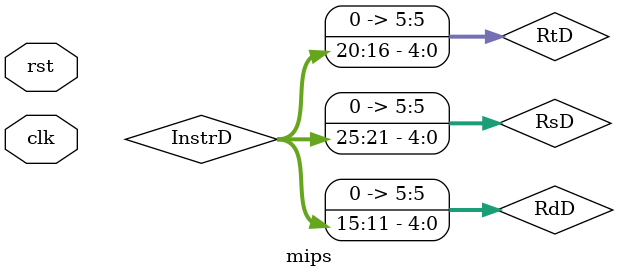
<source format=v>
`timescale 1ns/1ns
module mips(clk,rst);

    //**********************global wire**********************//
    input clk;
    input rst;
    //**********************global wire**********************//
    
    //**********************fetch wire***********************//
    wire [31:0] PCPlus4F;
    wire [31:0] InstrF;
    wire [31:0] PCF;
    wire [31:0] nPCF;
    //**********************fetch wire***********************//
    
    //**********************decode wire**********************//
    wire [31:0] PCPlus4D;
    wire [31:0] InstrD;
    wire [5:0] RsD;
    wire [5:0] RtD;
    wire [5:0] RdD;
    wire RegWriteD;
    wire MemtoRegD;
    wire MemWriteD;
    wire [2:0] ALUControlD;
    wire ALUSrcD;
    wire RegDstD;
    wire BranchD;
    wire [31:0] RD1;
    wire [31:0] RD2;
    wire [31:0] SignImmD;
        
    assign RsD=InstrD[25:21];
    assign RtD=InstrD[20:16];
    assign RdD=InstrD[15:11];
    //**********************decode wire**********************//
    
    //**********************execute wire*********************//
    wire [5:0] RsE;
    wire [5:0] RtE;
    wire [5:0] RdE;
    wire RegWriteE;
    wire MemtoRegE;
    wire MemWriteE;
    wire [2:0] ALUControlE;
    wire ALUSrcE;
    wire RegDstE;
    wire BranchE;
    wire [31:0] RD1E;
    wire [31:0] RD2E;
    wire [31:0] SignImmE;
    wire [31:0] PCPlus4E;
    wire [31:0] SrcAE;
    wire [31:0] SrcBE;
    wire [4:0] WriteRegE;
    wire [31:0] WriteDataE;
    //**********************execute wire*********************//
    
    //**********************memory wire**********************//
    wire [31:0] PCBranchM;
    wire PCSrcM;
    wire [31:0] ALUOutM;
    //**********************memory wire**********************//
    
    //*********************writeback wire********************//
    wire [4:0] WriteRegW;
    wire [31:0] ResultW;
    wire RegWriteW;
    //*********************writeback wire********************//

    //*********************conflict wire*********************//
    wire [1:0] ForwardAE;
    wire [1:0] ForwardBE;
    //*********************conflict wire*********************//
    
    //*********************fetch module**********************//
    mux_32 PC_Src_mux(PCPlus4F,PCBranchM,PCSrcM,nPCF);//choose the source of PC with signal PCSrcM; 0 for PCPlus4F, 1 for PCBranchM;
    
    pc U_pc(clk,rst,nPCF,PCF);
    
    im_4k U_im_4k(PCF,InstrF);
    
    alu PC_Add_alu(PCF,'b100,'b0,PCPlus4F);
    
    IF_ID U_IF_ID(clk,rst,PCPlus4F,InstrF,PCPlus4D,InstrD);
    //*********************fetch module**********************//
    
    //*********************decode module*********************//
    gpr U_gpr(clk,RsD,RtD,WriteRegW,RegWriteW,ResultW,RD1,RD2);
    
    ext U_ext(InstrD[15:0],SignImmD);
    
    controller U_controller(InstrD[31:26],InstrD[5:0],RegWriteD,MemtoRegD,MemWriteD,ALUControlD,ALUSrcD,RegDstD,BranchD);
    
    ID_IE U_ID_IE(clk,rst,RegWriteD,MemtoRegD,MemWriteD,ALUControlD,ALUSrcD,RegDstD,BranchD,RD1,RD2,RsD,RtD,RdD,
    SignImmD,PCPlus4D,RegWriteE,MemtoRegE,MemWriteE,ALUControlE,ALUSrcE,RegDstE,BranchE,RD1E,RD2E,RsE,RtE,RdE,SignImmE,PCPlus4E);
    //*********************decode module*********************//
    
    //*********************execute module********************//
    mux_5 Write_Reg_mux(RtE,RdE,RegDstE,WriteRegE);
    
    dmux_32 Alu_SrcA_mux(RD1E,ResultW,ALUOutM,,ForwardAE,SrcAE);
    
    dmux_32 Alu_WriteData_mux(RD2E,ResultW,ALUOutM,,ForwardBE,WriteDataE);
    
    mux_32 Alu_SrcB_mux(WriteDataE,SignImmE,ALUSrcE,SrcBE);
    
    
    //*********************execute module********************//
    
    //*********************memory module*********************//
    //*********************memory module*********************//
    
    //********************writeback module*******************//
    //********************writeback module*******************//   
    
    //********************conflict module********************//
    //********************conflict module********************//     
        
    //module im_4k(addr,dout);
    
    //module dm_4k(addr,din,we,clk,dout);
    
    //module gpr(clk,rs,rt,dst,RegWr,in_data,out_rs,out_rt);
    
    //module controller(op,funct,RegWrite,MemtoReg,MemWrite,ALUControl,ALUSrc,RegDst,Branch);
    
    //module pc(clk,rst,npc,pc);
    
    //module npc(imm_16,imm_26,pc,npc,NPCSel);
    
    //module mux(in1,in2,mux_sel,out);//mux_sel='b0 for in1,mux_sel='b1 for in2
    
    //module dmux_32(in1,in2,in3,in4,mux_sel,out);//mux_sel='b00 for in1, mux_sel='b01 for in2, mux_sel='b10 for in3, mux_sel='b11 for in4
    
    //module alu(in_data1,in_data2,ALUctr,out_data,beqout);
    
    //module ext(in_data,out_data);
    
    //module IF_ID(clk,rst,if_pc,if_instr,id_pc,id_instr);
    
    //module ID_IE(clk,rst,id_RegWrite,id_MemtoReg,id_MemWrite,id_ALUControl,id_ALUSrc,id_RegDst,id_Branch,
    //id_RD1,id_RD2,id_Rs,id_Rt,id_Rd,id_SignImm,id_PCPlus4,ie_RegWrite,ie_MemtoReg,ie_MemWrite,
    //ie_ALUControl,ie_ALUSrc,ie_RegDst,ie_Branch,ie_RD1,ie_RD2,ie_Rs,ie_Rt,ie_Rd,ie_SignImm,ie_PCPlus4);
    
endmodule
</source>
